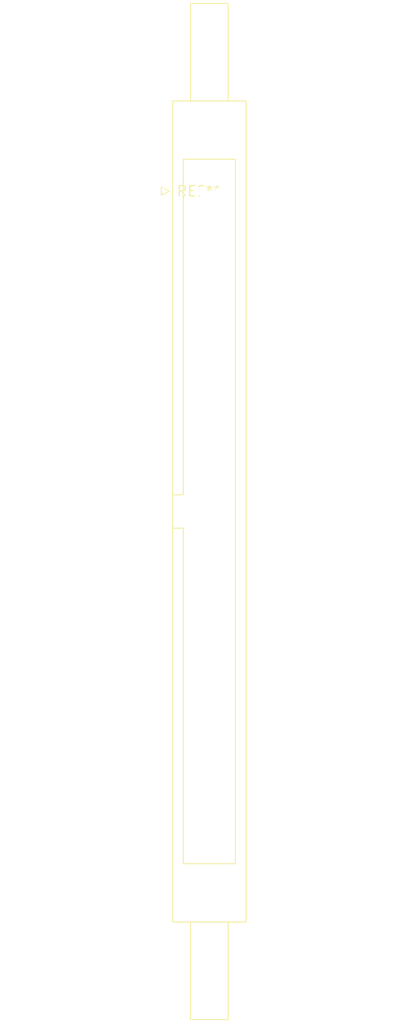
<source format=kicad_pcb>
(kicad_pcb (version 20240108) (generator pcbnew)
  (layers (0 "F.Cu" signal) (31 "B.Cu" signal) (34 "B.Paste" user) (35 "F.Paste" user) (36 "B.SilkS" user "B.Silkscreen") (37 "F.SilkS" user "F.Silkscreen") (38 "B.Mask" user) (39 "F.Mask" user) (44 "Edge.Cuts" user))
  (net 0 "")
  (footprint "IDC-Header_2x32_P2.54mm_Latch12.0mm_Vertical" (layer "F.Cu") (at 0 0)
    (property "Reference" "REF**")
    (property "Value" "IDC-Header_2x32_P2.54mm_Latch12.0mm_Vertical")
    (fp_line (start -4.63 -0.5) (end -4.63 0.5) (layer "F.SilkS") (stroke (width 0.12)))
    (fp_line (start -4.63 0.5) (end -3.63 0) (layer "F.SilkS") (stroke (width 0.12)))
    (fp_line (start -3.63 0) (end -4.63 -0.5) (layer "F.SilkS") (stroke (width 0.12)))
    (fp_line (start -3.24 -11.08) (end 5.78 -11.08) (layer "F.SilkS") (stroke (width 0.12)))
    (fp_line (start -3.24 37.32) (end -1.93 37.32) (layer "F.SilkS") (stroke (width 0.12)))
    (fp_line (start -3.24 89.82) (end -3.24 -11.08) (layer "F.SilkS") (stroke (width 0.12)))
    (fp_line (start -1.93 -3.92) (end 4.47 -3.92) (layer "F.SilkS") (stroke (width 0.12)))
    (fp_line (start -1.93 37.32) (end -1.93 -3.92) (layer "F.SilkS") (stroke (width 0.12)))
    (fp_line (start -1.93 41.42) (end -3.24 41.42) (layer "F.SilkS") (stroke (width 0.12)))
    (fp_line (start -1.93 41.42) (end -1.93 41.42) (layer "F.SilkS") (stroke (width 0.12)))
    (fp_line (start -1.93 82.66) (end -1.93 41.42) (layer "F.SilkS") (stroke (width 0.12)))
    (fp_line (start -1.04 -23.08) (end 3.58 -23.08) (layer "F.SilkS") (stroke (width 0.12)))
    (fp_line (start -1.04 -11.08) (end -1.04 -23.08) (layer "F.SilkS") (stroke (width 0.12)))
    (fp_line (start -1.04 89.82) (end -1.04 101.82) (layer "F.SilkS") (stroke (width 0.12)))
    (fp_line (start -1.04 101.82) (end 3.58 101.82) (layer "F.SilkS") (stroke (width 0.12)))
    (fp_line (start 3.58 -23.08) (end 3.58 -11.08) (layer "F.SilkS") (stroke (width 0.12)))
    (fp_line (start 3.58 101.82) (end 3.58 89.82) (layer "F.SilkS") (stroke (width 0.12)))
    (fp_line (start 4.47 -3.92) (end 4.47 82.66) (layer "F.SilkS") (stroke (width 0.12)))
    (fp_line (start 4.47 82.66) (end -1.93 82.66) (layer "F.SilkS") (stroke (width 0.12)))
    (fp_line (start 5.78 -11.08) (end 5.78 89.82) (layer "F.SilkS") (stroke (width 0.12)))
    (fp_line (start 5.78 89.82) (end -3.24 89.82) (layer "F.SilkS") (stroke (width 0.12)))
    (pad "1" thru_hole roundrect (at 0 0) (size 1.7 1.7) (drill 1) (layers *.Cu *.Mask) (remove_unused_layers) (roundrect_rratio 0.147059))
    (pad "2" thru_hole circle (at 2.54 0) (size 1.7 1.7) (drill 1) (layers *.Cu *.Mask) (remove_unused_layers))
    (pad "3" thru_hole circle (at 0 2.54) (size 1.7 1.7) (drill 1) (layers *.Cu *.Mask) (remove_unused_layers))
    (pad "4" thru_hole circle (at 2.54 2.54) (size 1.7 1.7) (drill 1) (layers *.Cu *.Mask) (remove_unused_layers))
    (pad "5" thru_hole circle (at 0 5.08) (size 1.7 1.7) (drill 1) (layers *.Cu *.Mask) (remove_unused_layers))
    (pad "6" thru_hole circle (at 2.54 5.08) (size 1.7 1.7) (drill 1) (layers *.Cu *.Mask) (remove_unused_layers))
    (pad "7" thru_hole circle (at 0 7.62) (size 1.7 1.7) (drill 1) (layers *.Cu *.Mask) (remove_unused_layers))
    (pad "8" thru_hole circle (at 2.54 7.62) (size 1.7 1.7) (drill 1) (layers *.Cu *.Mask) (remove_unused_layers))
    (pad "9" thru_hole circle (at 0 10.16) (size 1.7 1.7) (drill 1) (layers *.Cu *.Mask) (remove_unused_layers))
    (pad "10" thru_hole circle (at 2.54 10.16) (size 1.7 1.7) (drill 1) (layers *.Cu *.Mask) (remove_unused_layers))
    (pad "11" thru_hole circle (at 0 12.7) (size 1.7 1.7) (drill 1) (layers *.Cu *.Mask) (remove_unused_layers))
    (pad "12" thru_hole circle (at 2.54 12.7) (size 1.7 1.7) (drill 1) (layers *.Cu *.Mask) (remove_unused_layers))
    (pad "13" thru_hole circle (at 0 15.24) (size 1.7 1.7) (drill 1) (layers *.Cu *.Mask) (remove_unused_layers))
    (pad "14" thru_hole circle (at 2.54 15.24) (size 1.7 1.7) (drill 1) (layers *.Cu *.Mask) (remove_unused_layers))
    (pad "15" thru_hole circle (at 0 17.78) (size 1.7 1.7) (drill 1) (layers *.Cu *.Mask) (remove_unused_layers))
    (pad "16" thru_hole circle (at 2.54 17.78) (size 1.7 1.7) (drill 1) (layers *.Cu *.Mask) (remove_unused_layers))
    (pad "17" thru_hole circle (at 0 20.32) (size 1.7 1.7) (drill 1) (layers *.Cu *.Mask) (remove_unused_layers))
    (pad "18" thru_hole circle (at 2.54 20.32) (size 1.7 1.7) (drill 1) (layers *.Cu *.Mask) (remove_unused_layers))
    (pad "19" thru_hole circle (at 0 22.86) (size 1.7 1.7) (drill 1) (layers *.Cu *.Mask) (remove_unused_layers))
    (pad "20" thru_hole circle (at 2.54 22.86) (size 1.7 1.7) (drill 1) (layers *.Cu *.Mask) (remove_unused_layers))
    (pad "21" thru_hole circle (at 0 25.4) (size 1.7 1.7) (drill 1) (layers *.Cu *.Mask) (remove_unused_layers))
    (pad "22" thru_hole circle (at 2.54 25.4) (size 1.7 1.7) (drill 1) (layers *.Cu *.Mask) (remove_unused_layers))
    (pad "23" thru_hole circle (at 0 27.94) (size 1.7 1.7) (drill 1) (layers *.Cu *.Mask) (remove_unused_layers))
    (pad "24" thru_hole circle (at 2.54 27.94) (size 1.7 1.7) (drill 1) (layers *.Cu *.Mask) (remove_unused_layers))
    (pad "25" thru_hole circle (at 0 30.48) (size 1.7 1.7) (drill 1) (layers *.Cu *.Mask) (remove_unused_layers))
    (pad "26" thru_hole circle (at 2.54 30.48) (size 1.7 1.7) (drill 1) (layers *.Cu *.Mask) (remove_unused_layers))
    (pad "27" thru_hole circle (at 0 33.02) (size 1.7 1.7) (drill 1) (layers *.Cu *.Mask) (remove_unused_layers))
    (pad "28" thru_hole circle (at 2.54 33.02) (size 1.7 1.7) (drill 1) (layers *.Cu *.Mask) (remove_unused_layers))
    (pad "29" thru_hole circle (at 0 35.56) (size 1.7 1.7) (drill 1) (layers *.Cu *.Mask) (remove_unused_layers))
    (pad "30" thru_hole circle (at 2.54 35.56) (size 1.7 1.7) (drill 1) (layers *.Cu *.Mask) (remove_unused_layers))
    (pad "31" thru_hole circle (at 0 38.1) (size 1.7 1.7) (drill 1) (layers *.Cu *.Mask) (remove_unused_layers))
    (pad "32" thru_hole circle (at 2.54 38.1) (size 1.7 1.7) (drill 1) (layers *.Cu *.Mask) (remove_unused_layers))
    (pad "33" thru_hole circle (at 0 40.64) (size 1.7 1.7) (drill 1) (layers *.Cu *.Mask) (remove_unused_layers))
    (pad "34" thru_hole circle (at 2.54 40.64) (size 1.7 1.7) (drill 1) (layers *.Cu *.Mask) (remove_unused_layers))
    (pad "35" thru_hole circle (at 0 43.18) (size 1.7 1.7) (drill 1) (layers *.Cu *.Mask) (remove_unused_layers))
    (pad "36" thru_hole circle (at 2.54 43.18) (size 1.7 1.7) (drill 1) (layers *.Cu *.Mask) (remove_unused_layers))
    (pad "37" thru_hole circle (at 0 45.72) (size 1.7 1.7) (drill 1) (layers *.Cu *.Mask) (remove_unused_layers))
    (pad "38" thru_hole circle (at 2.54 45.72) (size 1.7 1.7) (drill 1) (layers *.Cu *.Mask) (remove_unused_layers))
    (pad "39" thru_hole circle (at 0 48.26) (size 1.7 1.7) (drill 1) (layers *.Cu *.Mask) (remove_unused_layers))
    (pad "40" thru_hole circle (at 2.54 48.26) (size 1.7 1.7) (drill 1) (layers *.Cu *.Mask) (remove_unused_layers))
    (pad "41" thru_hole circle (at 0 50.8) (size 1.7 1.7) (drill 1) (layers *.Cu *.Mask) (remove_unused_layers))
    (pad "42" thru_hole circle (at 2.54 50.8) (size 1.7 1.7) (drill 1) (layers *.Cu *.Mask) (remove_unused_layers))
    (pad "43" thru_hole circle (at 0 53.34) (size 1.7 1.7) (drill 1) (layers *.Cu *.Mask) (remove_unused_layers))
    (pad "44" thru_hole circle (at 2.54 53.34) (size 1.7 1.7) (drill 1) (layers *.Cu *.Mask) (remove_unused_layers))
    (pad "45" thru_hole circle (at 0 55.88) (size 1.7 1.7) (drill 1) (layers *.Cu *.Mask) (remove_unused_layers))
    (pad "46" thru_hole circle (at 2.54 55.88) (size 1.7 1.7) (drill 1) (layers *.Cu *.Mask) (remove_unused_layers))
    (pad "47" thru_hole circle (at 0 58.42) (size 1.7 1.7) (drill 1) (layers *.Cu *.Mask) (remove_unused_layers))
    (pad "48" thru_hole circle (at 2.54 58.42) (size 1.7 1.7) (drill 1) (layers *.Cu *.Mask) (remove_unused_layers))
    (pad "49" thru_hole circle (at 0 60.96) (size 1.7 1.7) (drill 1) (layers *.Cu *.Mask) (remove_unused_layers))
    (pad "50" thru_hole circle (at 2.54 60.96) (size 1.7 1.7) (drill 1) (layers *.Cu *.Mask) (remove_unused_layers))
    (pad "51" thru_hole circle (at 0 63.5) (size 1.7 1.7) (drill 1) (layers *.Cu *.Mask) (remove_unused_layers))
    (pad "52" thru_hole circle (at 2.54 63.5) (size 1.7 1.7) (drill 1) (layers *.Cu *.Mask) (remove_unused_layers))
    (pad "53" thru_hole circle (at 0 66.04) (size 1.7 1.7) (drill 1) (layers *.Cu *.Mask) (remove_unused_layers))
    (pad "54" thru_hole circle (at 2.54 66.04) (size 1.7 1.7) (drill 1) (layers *.Cu *.Mask) (remove_unused_layers))
    (pad "55" thru_hole circle (at 0 68.58) (size 1.7 1.7) (drill 1) (layers *.Cu *.Mask) (remove_unused_layers))
    (pad "56" thru_hole circle (at 2.54 68.58) (size 1.7 1.7) (drill 1) (layers *.Cu *.Mask) (remove_unused_layers))
    (pad "57" thru_hole circle (at 0 71.12) (size 1.7 1.7) (drill 1) (layers *.Cu *.Mask) (remove_unused_layers))
    (pad "58" thru_hole circle (at 2.54 71.12) (size 1.7 1.7) (drill 1) (layers *.Cu *.Mask) (remove_unused_layers))
    (pad "59" thru_hole circle (at 0 73.66) (size 1.7 1.7) (drill 1) (layers *.Cu *.Mask) (remove_unused_layers))
    (pad "60" thru_hole circle (at 2.54 73.66) (size 1.7 1.7) (drill 1) (layers *.Cu *.Mask) (remove_unused_layers))
    (pad "61" thru_hole circle (at 0 76.2) (size 1.7 1.7) (drill 1) (layers *.Cu *.Mask) (remove_unused_layers))
    (pad "62" thru_hole circle (at 2.54 76.2) (size 1.7 1.7) (drill 1) (layers *.Cu *.Mask) (remove_unused_layers))
    (pad "63" thru_hole circle (at 0 78.74) (size 1.7 1.7) (drill 1) (layers *.Cu *.Mask) (remove_unused_layers))
    (pad "64" thru_hole circle (at 2.54 78.74) (size 1.7 1.7) (drill 1) (layers *.Cu *.Mask) (remove_unused_layers))
  )
)
</source>
